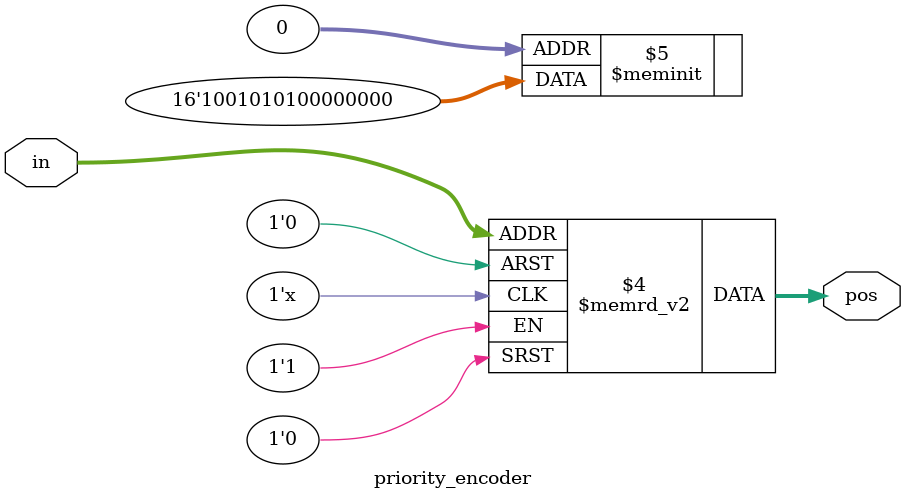
<source format=v>
module priority_encoder( 
input [2:0] in,
output reg [1:0] pos ); 
// When sel=1, assign b to out
always @(in) 
case(in)
3'b000,3'b001,3'b010,3'b011: pos=2'b00;
3'b100,3'b101,3'b110: pos=2'b01;
3'b111: pos=2'b10;
endcase
endmodule

</source>
